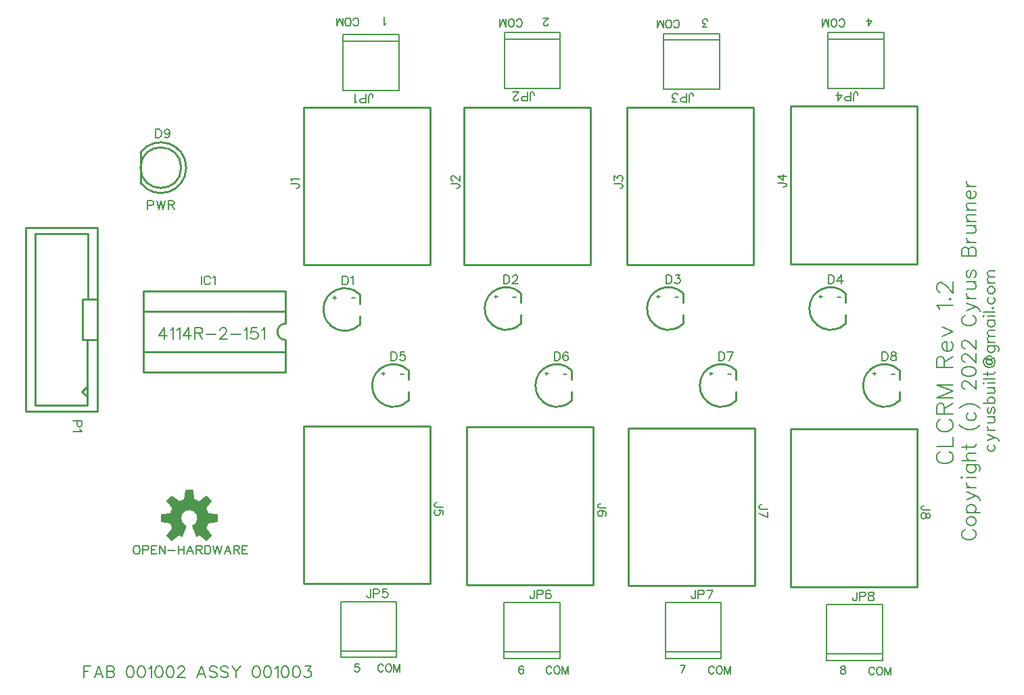
<source format=gto>
G04 Layer: TopSilkscreenLayer*
G04 EasyEDA v6.5.8, 2022-08-15 07:29:34*
G04 028e3914a6f949ed9ca799ef75e4ed4f,10*
G04 Gerber Generator version 0.2*
G04 Scale: 100 percent, Rotated: No, Reflected: No *
G04 Dimensions in millimeters *
G04 leading zeros omitted , absolute positions ,4 integer and 5 decimal *
%FSLAX45Y45*%
%MOMM*%

%ADD10C,0.2032*%
%ADD11C,0.1524*%
%ADD12C,0.1501*%
%ADD13C,0.2540*%

%LPD*%
D10*
X2311400Y7283958D02*
G01*
X2311400Y7169404D01*
X2311400Y7283958D02*
G01*
X2360422Y7283958D01*
X2376931Y7278370D01*
X2382265Y7273036D01*
X2387854Y7262113D01*
X2387854Y7245604D01*
X2382265Y7234681D01*
X2376931Y7229347D01*
X2360422Y7224013D01*
X2311400Y7224013D01*
X2423668Y7283958D02*
G01*
X2451100Y7169404D01*
X2478277Y7283958D02*
G01*
X2451100Y7169404D01*
X2478277Y7283958D02*
G01*
X2505456Y7169404D01*
X2532888Y7283958D02*
G01*
X2505456Y7169404D01*
X2568956Y7283958D02*
G01*
X2568956Y7169404D01*
X2568956Y7283958D02*
G01*
X2617977Y7283958D01*
X2634234Y7278370D01*
X2639822Y7273036D01*
X2645156Y7262113D01*
X2645156Y7251192D01*
X2639822Y7240270D01*
X2634234Y7234681D01*
X2617977Y7229347D01*
X2568956Y7229347D01*
X2607056Y7229347D02*
G01*
X2645156Y7169404D01*
X2519172Y5688584D02*
G01*
X2451100Y5593079D01*
X2553461Y5593079D01*
X2519172Y5688584D02*
G01*
X2519172Y5545328D01*
X2598420Y5661405D02*
G01*
X2611881Y5668010D01*
X2632456Y5688584D01*
X2632456Y5545328D01*
X2677413Y5661405D02*
G01*
X2691129Y5668010D01*
X2711450Y5688584D01*
X2711450Y5545328D01*
X2824734Y5688584D02*
G01*
X2756661Y5593079D01*
X2858770Y5593079D01*
X2824734Y5688584D02*
G01*
X2824734Y5545328D01*
X2903727Y5688584D02*
G01*
X2903727Y5545328D01*
X2903727Y5688584D02*
G01*
X2965195Y5688584D01*
X2985770Y5681726D01*
X2992374Y5674868D01*
X2999231Y5661405D01*
X2999231Y5647689D01*
X2992374Y5633973D01*
X2985770Y5627115D01*
X2965195Y5620257D01*
X2903727Y5620257D01*
X2951479Y5620257D02*
G01*
X2999231Y5545328D01*
X3044190Y5606795D02*
G01*
X3167125Y5606795D01*
X3218941Y5654547D02*
G01*
X3218941Y5661405D01*
X3225545Y5674868D01*
X3232404Y5681726D01*
X3246120Y5688584D01*
X3273297Y5688584D01*
X3287013Y5681726D01*
X3293872Y5674868D01*
X3300729Y5661405D01*
X3300729Y5647689D01*
X3293872Y5633973D01*
X3280156Y5613654D01*
X3212084Y5545328D01*
X3307588Y5545328D01*
X3352545Y5606795D02*
G01*
X3475227Y5606795D01*
X3520186Y5661405D02*
G01*
X3533902Y5668010D01*
X3554222Y5688584D01*
X3554222Y5545328D01*
X3681222Y5688584D02*
G01*
X3612895Y5688584D01*
X3606038Y5627115D01*
X3612895Y5633973D01*
X3633470Y5640831D01*
X3653790Y5640831D01*
X3674363Y5633973D01*
X3687825Y5620257D01*
X3694684Y5599937D01*
X3694684Y5586221D01*
X3687825Y5565902D01*
X3674363Y5552186D01*
X3653790Y5545328D01*
X3633470Y5545328D01*
X3612895Y5552186D01*
X3606038Y5559044D01*
X3599179Y5572760D01*
X3739641Y5661405D02*
G01*
X3753358Y5668010D01*
X3773931Y5688584D01*
X3773931Y5545328D01*
X12235941Y4137913D02*
G01*
X12215875Y4127754D01*
X12195809Y4107687D01*
X12185904Y4087876D01*
X12185904Y4047744D01*
X12195809Y4027678D01*
X12215875Y4007865D01*
X12235941Y3997705D01*
X12265913Y3987800D01*
X12315952Y3987800D01*
X12345924Y3997705D01*
X12365990Y4007865D01*
X12385802Y4027678D01*
X12395961Y4047744D01*
X12395961Y4087876D01*
X12385802Y4107687D01*
X12365990Y4127754D01*
X12345924Y4137913D01*
X12185904Y4203700D02*
G01*
X12395961Y4203700D01*
X12395961Y4203700D02*
G01*
X12395961Y4323842D01*
X12235941Y4539742D02*
G01*
X12215875Y4529836D01*
X12195809Y4509770D01*
X12185904Y4489704D01*
X12185904Y4449826D01*
X12195809Y4429760D01*
X12215875Y4409694D01*
X12235941Y4399787D01*
X12265913Y4389881D01*
X12315952Y4389881D01*
X12345924Y4399787D01*
X12365990Y4409694D01*
X12385802Y4429760D01*
X12395961Y4449826D01*
X12395961Y4489704D01*
X12385802Y4509770D01*
X12365990Y4529836D01*
X12345924Y4539742D01*
X12185904Y4605781D02*
G01*
X12395961Y4605781D01*
X12185904Y4605781D02*
G01*
X12185904Y4695697D01*
X12195809Y4725923D01*
X12205970Y4735829D01*
X12225781Y4745736D01*
X12245847Y4745736D01*
X12265913Y4735829D01*
X12275820Y4725923D01*
X12285979Y4695697D01*
X12285979Y4605781D01*
X12285979Y4675886D02*
G01*
X12395961Y4745736D01*
X12185904Y4811776D02*
G01*
X12395961Y4811776D01*
X12185904Y4811776D02*
G01*
X12395961Y4891786D01*
X12185904Y4971795D02*
G01*
X12395961Y4891786D01*
X12185904Y4971795D02*
G01*
X12395961Y4971795D01*
X12185904Y5191760D02*
G01*
X12395961Y5191760D01*
X12185904Y5191760D02*
G01*
X12185904Y5281676D01*
X12195809Y5311902D01*
X12205970Y5321807D01*
X12225781Y5331713D01*
X12245847Y5331713D01*
X12265913Y5321807D01*
X12275820Y5311902D01*
X12285979Y5281676D01*
X12285979Y5191760D01*
X12285979Y5261863D02*
G01*
X12395961Y5331713D01*
X12315952Y5397754D02*
G01*
X12315952Y5517895D01*
X12295886Y5517895D01*
X12275820Y5507736D01*
X12265913Y5497829D01*
X12256008Y5477763D01*
X12256008Y5447792D01*
X12265913Y5427726D01*
X12285979Y5407913D01*
X12315952Y5397754D01*
X12336018Y5397754D01*
X12365990Y5407913D01*
X12385802Y5427726D01*
X12395961Y5447792D01*
X12395961Y5477763D01*
X12385802Y5497829D01*
X12365990Y5517895D01*
X12256008Y5583681D02*
G01*
X12395961Y5643879D01*
X12256008Y5703823D02*
G01*
X12395961Y5643879D01*
X12225781Y5923787D02*
G01*
X12215875Y5943854D01*
X12185904Y5973826D01*
X12395961Y5973826D01*
X12345924Y6049771D02*
G01*
X12355829Y6039865D01*
X12365990Y6049771D01*
X12355829Y6059678D01*
X12345924Y6049771D01*
X12235941Y6135878D02*
G01*
X12225781Y6135878D01*
X12205970Y6145784D01*
X12195809Y6155689D01*
X12185904Y6175755D01*
X12185904Y6215887D01*
X12195809Y6235700D01*
X12205970Y6245860D01*
X12225781Y6255765D01*
X12245847Y6255765D01*
X12265913Y6245860D01*
X12295886Y6225794D01*
X12395961Y6125718D01*
X12395961Y6265671D01*
X12546584Y3157981D02*
G01*
X12530327Y3149854D01*
X12513818Y3133597D01*
X12505690Y3117087D01*
X12505690Y3084321D01*
X12513818Y3068065D01*
X12530327Y3051555D01*
X12546584Y3043428D01*
X12571222Y3035300D01*
X12612115Y3035300D01*
X12636500Y3043428D01*
X12653009Y3051555D01*
X12669265Y3068065D01*
X12677393Y3084321D01*
X12677393Y3117087D01*
X12669265Y3133597D01*
X12653009Y3149854D01*
X12636500Y3157981D01*
X12562840Y3252978D02*
G01*
X12571222Y3236468D01*
X12587477Y3220212D01*
X12612115Y3212084D01*
X12628372Y3212084D01*
X12653009Y3220212D01*
X12669265Y3236468D01*
X12677393Y3252978D01*
X12677393Y3277362D01*
X12669265Y3293871D01*
X12653009Y3310128D01*
X12628372Y3318510D01*
X12612115Y3318510D01*
X12587477Y3310128D01*
X12571222Y3293871D01*
X12562840Y3277362D01*
X12562840Y3252978D01*
X12562840Y3372357D02*
G01*
X12734797Y3372357D01*
X12587477Y3372357D02*
G01*
X12571222Y3388868D01*
X12562840Y3405123D01*
X12562840Y3429762D01*
X12571222Y3446018D01*
X12587477Y3462273D01*
X12612115Y3470655D01*
X12628372Y3470655D01*
X12653009Y3462273D01*
X12669265Y3446018D01*
X12677393Y3429762D01*
X12677393Y3405123D01*
X12669265Y3388868D01*
X12653009Y3372357D01*
X12562840Y3532631D02*
G01*
X12677393Y3581907D01*
X12562840Y3630929D02*
G01*
X12677393Y3581907D01*
X12710159Y3565397D01*
X12726670Y3549142D01*
X12734797Y3532631D01*
X12734797Y3524504D01*
X12562840Y3685031D02*
G01*
X12677393Y3685031D01*
X12612115Y3685031D02*
G01*
X12587477Y3693160D01*
X12571222Y3709415D01*
X12562840Y3725926D01*
X12562840Y3750310D01*
X12505690Y3804412D02*
G01*
X12513818Y3812539D01*
X12505690Y3820668D01*
X12497561Y3812539D01*
X12505690Y3804412D01*
X12562840Y3812539D02*
G01*
X12677393Y3812539D01*
X12562840Y3972813D02*
G01*
X12693904Y3972813D01*
X12718288Y3964686D01*
X12726670Y3956557D01*
X12734797Y3940302D01*
X12734797Y3915663D01*
X12726670Y3899407D01*
X12587477Y3972813D02*
G01*
X12571222Y3956557D01*
X12562840Y3940302D01*
X12562840Y3915663D01*
X12571222Y3899407D01*
X12587477Y3882897D01*
X12612115Y3874770D01*
X12628372Y3874770D01*
X12653009Y3882897D01*
X12669265Y3899407D01*
X12677393Y3915663D01*
X12677393Y3940302D01*
X12669265Y3956557D01*
X12653009Y3972813D01*
X12505690Y4026915D02*
G01*
X12677393Y4026915D01*
X12595606Y4026915D02*
G01*
X12571222Y4051554D01*
X12562840Y4067810D01*
X12562840Y4092447D01*
X12571222Y4108704D01*
X12595606Y4116831D01*
X12677393Y4116831D01*
X12505690Y4195571D02*
G01*
X12644627Y4195571D01*
X12669265Y4203700D01*
X12677393Y4219955D01*
X12677393Y4236465D01*
X12562840Y4170934D02*
G01*
X12562840Y4228084D01*
X12472924Y4473702D02*
G01*
X12489179Y4457192D01*
X12513818Y4440936D01*
X12546584Y4424679D01*
X12587477Y4416297D01*
X12620243Y4416297D01*
X12661138Y4424679D01*
X12693904Y4440936D01*
X12718288Y4457192D01*
X12734797Y4473702D01*
X12587477Y4625847D02*
G01*
X12571222Y4609592D01*
X12562840Y4593081D01*
X12562840Y4568444D01*
X12571222Y4552187D01*
X12587477Y4535931D01*
X12612115Y4527550D01*
X12628372Y4527550D01*
X12653009Y4535931D01*
X12669265Y4552187D01*
X12677393Y4568444D01*
X12677393Y4593081D01*
X12669265Y4609592D01*
X12653009Y4625847D01*
X12472924Y4679950D02*
G01*
X12489179Y4696205D01*
X12513818Y4712462D01*
X12546584Y4728971D01*
X12587477Y4737100D01*
X12620243Y4737100D01*
X12661138Y4728971D01*
X12693904Y4712462D01*
X12718288Y4696205D01*
X12734797Y4679950D01*
X12546584Y4925313D02*
G01*
X12538456Y4925313D01*
X12521945Y4933442D01*
X12513818Y4941570D01*
X12505690Y4958079D01*
X12505690Y4990845D01*
X12513818Y5007102D01*
X12521945Y5015229D01*
X12538456Y5023357D01*
X12554711Y5023357D01*
X12571222Y5015229D01*
X12595606Y4998973D01*
X12677393Y4917186D01*
X12677393Y5031739D01*
X12505690Y5134863D02*
G01*
X12513818Y5110226D01*
X12538456Y5093715D01*
X12579350Y5085587D01*
X12603734Y5085587D01*
X12644627Y5093715D01*
X12669265Y5110226D01*
X12677393Y5134863D01*
X12677393Y5151120D01*
X12669265Y5175757D01*
X12644627Y5192013D01*
X12603734Y5200142D01*
X12579350Y5200142D01*
X12538456Y5192013D01*
X12513818Y5175757D01*
X12505690Y5151120D01*
X12505690Y5134863D01*
X12546584Y5262371D02*
G01*
X12538456Y5262371D01*
X12521945Y5270500D01*
X12513818Y5278628D01*
X12505690Y5295137D01*
X12505690Y5327904D01*
X12513818Y5344160D01*
X12521945Y5352287D01*
X12538456Y5360670D01*
X12554711Y5360670D01*
X12571222Y5352287D01*
X12595606Y5336031D01*
X12677393Y5254244D01*
X12677393Y5368797D01*
X12546584Y5431028D02*
G01*
X12538456Y5431028D01*
X12521945Y5439155D01*
X12513818Y5447284D01*
X12505690Y5463539D01*
X12505690Y5496305D01*
X12513818Y5512815D01*
X12521945Y5520944D01*
X12538456Y5529071D01*
X12554711Y5529071D01*
X12571222Y5520944D01*
X12595606Y5504687D01*
X12677393Y5422645D01*
X12677393Y5537200D01*
X12546584Y5839968D02*
G01*
X12530327Y5831839D01*
X12513818Y5815584D01*
X12505690Y5799073D01*
X12505690Y5766307D01*
X12513818Y5750052D01*
X12530327Y5733542D01*
X12546584Y5725413D01*
X12571222Y5717286D01*
X12612115Y5717286D01*
X12636500Y5725413D01*
X12653009Y5733542D01*
X12669265Y5750052D01*
X12677393Y5766307D01*
X12677393Y5799073D01*
X12669265Y5815584D01*
X12653009Y5831839D01*
X12636500Y5839968D01*
X12562840Y5902197D02*
G01*
X12677393Y5951220D01*
X12562840Y6000495D02*
G01*
X12677393Y5951220D01*
X12710159Y5934963D01*
X12726670Y5918454D01*
X12734797Y5902197D01*
X12734797Y5894070D01*
X12562840Y6054344D02*
G01*
X12677393Y6054344D01*
X12612115Y6054344D02*
G01*
X12587477Y6062471D01*
X12571222Y6078981D01*
X12562840Y6095237D01*
X12562840Y6119876D01*
X12562840Y6173723D02*
G01*
X12644627Y6173723D01*
X12669265Y6182105D01*
X12677393Y6198362D01*
X12677393Y6223000D01*
X12669265Y6239255D01*
X12644627Y6263894D01*
X12562840Y6263894D02*
G01*
X12677393Y6263894D01*
X12587477Y6407912D02*
G01*
X12571222Y6399529D01*
X12562840Y6375145D01*
X12562840Y6350507D01*
X12571222Y6326123D01*
X12587477Y6317742D01*
X12603734Y6326123D01*
X12612115Y6342379D01*
X12620243Y6383273D01*
X12628372Y6399529D01*
X12644627Y6407912D01*
X12653009Y6407912D01*
X12669265Y6399529D01*
X12677393Y6375145D01*
X12677393Y6350507D01*
X12669265Y6326123D01*
X12653009Y6317742D01*
X12505690Y6587744D02*
G01*
X12677393Y6587744D01*
X12505690Y6587744D02*
G01*
X12505690Y6661404D01*
X12513818Y6686042D01*
X12521945Y6694170D01*
X12538456Y6702297D01*
X12554711Y6702297D01*
X12571222Y6694170D01*
X12579350Y6686042D01*
X12587477Y6661404D01*
X12587477Y6587744D02*
G01*
X12587477Y6661404D01*
X12595606Y6686042D01*
X12603734Y6694170D01*
X12620243Y6702297D01*
X12644627Y6702297D01*
X12661138Y6694170D01*
X12669265Y6686042D01*
X12677393Y6661404D01*
X12677393Y6587744D01*
X12562840Y6756400D02*
G01*
X12677393Y6756400D01*
X12612115Y6756400D02*
G01*
X12587477Y6764528D01*
X12571222Y6781037D01*
X12562840Y6797294D01*
X12562840Y6821931D01*
X12562840Y6875779D02*
G01*
X12644627Y6875779D01*
X12669265Y6883908D01*
X12677393Y6900418D01*
X12677393Y6924802D01*
X12669265Y6941312D01*
X12644627Y6965950D01*
X12562840Y6965950D02*
G01*
X12677393Y6965950D01*
X12562840Y7019797D02*
G01*
X12677393Y7019797D01*
X12595606Y7019797D02*
G01*
X12571222Y7044436D01*
X12562840Y7060692D01*
X12562840Y7085329D01*
X12571222Y7101586D01*
X12595606Y7109713D01*
X12677393Y7109713D01*
X12562840Y7163815D02*
G01*
X12677393Y7163815D01*
X12595606Y7163815D02*
G01*
X12571222Y7188454D01*
X12562840Y7204710D01*
X12562840Y7229347D01*
X12571222Y7245604D01*
X12595606Y7253731D01*
X12677393Y7253731D01*
X12612115Y7307834D02*
G01*
X12612115Y7406131D01*
X12595606Y7406131D01*
X12579350Y7397750D01*
X12571222Y7389621D01*
X12562840Y7373365D01*
X12562840Y7348728D01*
X12571222Y7332471D01*
X12587477Y7315962D01*
X12612115Y7307834D01*
X12628372Y7307834D01*
X12653009Y7315962D01*
X12669265Y7332471D01*
X12677393Y7348728D01*
X12677393Y7373365D01*
X12669265Y7389621D01*
X12653009Y7406131D01*
X12562840Y7459979D02*
G01*
X12677393Y7459979D01*
X12612115Y7459979D02*
G01*
X12587477Y7468108D01*
X12571222Y7484618D01*
X12562840Y7500873D01*
X12562840Y7525512D01*
X12845541Y4221987D02*
G01*
X12831825Y4208271D01*
X12824968Y4194810D01*
X12824968Y4174236D01*
X12831825Y4160773D01*
X12845541Y4147057D01*
X12865861Y4140200D01*
X12879577Y4140200D01*
X12899897Y4147057D01*
X12913613Y4160773D01*
X12920472Y4174236D01*
X12920472Y4194810D01*
X12913613Y4208271D01*
X12899897Y4221987D01*
X12824968Y4273804D02*
G01*
X12920472Y4314697D01*
X12824968Y4355592D02*
G01*
X12920472Y4314697D01*
X12947650Y4300981D01*
X12961365Y4287520D01*
X12968224Y4273804D01*
X12968224Y4266945D01*
X12824968Y4400550D02*
G01*
X12920472Y4400550D01*
X12865861Y4400550D02*
G01*
X12845541Y4407407D01*
X12831825Y4421123D01*
X12824968Y4434839D01*
X12824968Y4455160D01*
X12824968Y4500118D02*
G01*
X12893040Y4500118D01*
X12913613Y4506976D01*
X12920472Y4520692D01*
X12920472Y4541012D01*
X12913613Y4554728D01*
X12893040Y4575302D01*
X12824968Y4575302D02*
G01*
X12920472Y4575302D01*
X12845541Y4695189D02*
G01*
X12831825Y4688331D01*
X12824968Y4668012D01*
X12824968Y4647437D01*
X12831825Y4627118D01*
X12845541Y4620260D01*
X12859004Y4627118D01*
X12865861Y4640579D01*
X12872720Y4674870D01*
X12879577Y4688331D01*
X12893040Y4695189D01*
X12899897Y4695189D01*
X12913613Y4688331D01*
X12920472Y4668012D01*
X12920472Y4647437D01*
X12913613Y4627118D01*
X12899897Y4620260D01*
X12777215Y4740147D02*
G01*
X12920472Y4740147D01*
X12845541Y4740147D02*
G01*
X12831825Y4753863D01*
X12824968Y4767579D01*
X12824968Y4787900D01*
X12831825Y4801615D01*
X12845541Y4815078D01*
X12865861Y4821936D01*
X12879577Y4821936D01*
X12899897Y4815078D01*
X12913613Y4801615D01*
X12920472Y4787900D01*
X12920472Y4767579D01*
X12913613Y4753863D01*
X12899897Y4740147D01*
X12824968Y4866894D02*
G01*
X12893040Y4866894D01*
X12913613Y4873752D01*
X12920472Y4887468D01*
X12920472Y4908042D01*
X12913613Y4921504D01*
X12893040Y4942078D01*
X12824968Y4942078D02*
G01*
X12920472Y4942078D01*
X12777215Y4987036D02*
G01*
X12784074Y4993894D01*
X12777215Y5000752D01*
X12770358Y4993894D01*
X12777215Y4987036D01*
X12824968Y4993894D02*
G01*
X12920472Y4993894D01*
X12777215Y5045710D02*
G01*
X12920472Y5045710D01*
X12777215Y5110987D02*
G01*
X12893040Y5110987D01*
X12913613Y5117845D01*
X12920472Y5131562D01*
X12920472Y5145278D01*
X12824968Y5090668D02*
G01*
X12824968Y5138420D01*
X12831825Y5292344D02*
G01*
X12818109Y5285739D01*
X12811252Y5272023D01*
X12811252Y5251450D01*
X12818109Y5237987D01*
X12824968Y5231129D01*
X12845541Y5224271D01*
X12865861Y5224271D01*
X12879577Y5231129D01*
X12886436Y5244845D01*
X12886436Y5265165D01*
X12879577Y5278881D01*
X12865861Y5285739D01*
X12811252Y5251450D02*
G01*
X12824968Y5237987D01*
X12845541Y5231129D01*
X12865861Y5231129D01*
X12879577Y5237987D01*
X12886436Y5244845D01*
X12811252Y5292344D02*
G01*
X12865861Y5285739D01*
X12879577Y5285739D01*
X12886436Y5299202D01*
X12886436Y5312918D01*
X12872720Y5326634D01*
X12852145Y5333492D01*
X12838684Y5333492D01*
X12818109Y5326634D01*
X12804393Y5319776D01*
X12790931Y5306060D01*
X12784074Y5292344D01*
X12777215Y5272023D01*
X12777215Y5251450D01*
X12784074Y5231129D01*
X12790931Y5217413D01*
X12804393Y5203952D01*
X12818109Y5197094D01*
X12838684Y5190236D01*
X12859004Y5190236D01*
X12879577Y5197094D01*
X12893040Y5203952D01*
X12906756Y5217413D01*
X12913613Y5231129D01*
X12920472Y5251450D01*
X12920472Y5272023D01*
X12913613Y5292344D01*
X12906756Y5306060D01*
X12899897Y5312918D01*
X12811252Y5299202D02*
G01*
X12865861Y5292344D01*
X12879577Y5292344D01*
X12886436Y5299202D01*
X12824968Y5460237D02*
G01*
X12933934Y5460237D01*
X12954508Y5453379D01*
X12961365Y5446521D01*
X12968224Y5432805D01*
X12968224Y5412486D01*
X12961365Y5398770D01*
X12845541Y5460237D02*
G01*
X12831825Y5446521D01*
X12824968Y5432805D01*
X12824968Y5412486D01*
X12831825Y5398770D01*
X12845541Y5385307D01*
X12865861Y5378450D01*
X12879577Y5378450D01*
X12899897Y5385307D01*
X12913613Y5398770D01*
X12920472Y5412486D01*
X12920472Y5432805D01*
X12913613Y5446521D01*
X12899897Y5460237D01*
X12824968Y5505195D02*
G01*
X12920472Y5505195D01*
X12852145Y5505195D02*
G01*
X12831825Y5525770D01*
X12824968Y5539231D01*
X12824968Y5559805D01*
X12831825Y5573268D01*
X12852145Y5580126D01*
X12920472Y5580126D01*
X12852145Y5580126D02*
G01*
X12831825Y5600700D01*
X12824968Y5614162D01*
X12824968Y5634736D01*
X12831825Y5648452D01*
X12852145Y5655310D01*
X12920472Y5655310D01*
X12824968Y5782055D02*
G01*
X12920472Y5782055D01*
X12845541Y5782055D02*
G01*
X12831825Y5768339D01*
X12824968Y5754623D01*
X12824968Y5734304D01*
X12831825Y5720587D01*
X12845541Y5707126D01*
X12865861Y5700268D01*
X12879577Y5700268D01*
X12899897Y5707126D01*
X12913613Y5720587D01*
X12920472Y5734304D01*
X12920472Y5754623D01*
X12913613Y5768339D01*
X12899897Y5782055D01*
X12777215Y5827013D02*
G01*
X12784074Y5833871D01*
X12777215Y5840729D01*
X12770358Y5833871D01*
X12777215Y5827013D01*
X12824968Y5833871D02*
G01*
X12920472Y5833871D01*
X12777215Y5885687D02*
G01*
X12920472Y5885687D01*
X12886436Y5937504D02*
G01*
X12893040Y5930645D01*
X12899897Y5937504D01*
X12893040Y5944362D01*
X12886436Y5937504D01*
X12845541Y6071107D02*
G01*
X12831825Y6057392D01*
X12824968Y6043929D01*
X12824968Y6023355D01*
X12831825Y6009639D01*
X12845541Y5996178D01*
X12865861Y5989320D01*
X12879577Y5989320D01*
X12899897Y5996178D01*
X12913613Y6009639D01*
X12920472Y6023355D01*
X12920472Y6043929D01*
X12913613Y6057392D01*
X12899897Y6071107D01*
X12824968Y6150102D02*
G01*
X12831825Y6136639D01*
X12845541Y6122923D01*
X12865861Y6116065D01*
X12879577Y6116065D01*
X12899897Y6122923D01*
X12913613Y6136639D01*
X12920472Y6150102D01*
X12920472Y6170676D01*
X12913613Y6184392D01*
X12899897Y6197854D01*
X12879577Y6204712D01*
X12865861Y6204712D01*
X12845541Y6197854D01*
X12831825Y6184392D01*
X12824968Y6170676D01*
X12824968Y6150102D01*
X12824968Y6249670D02*
G01*
X12920472Y6249670D01*
X12852145Y6249670D02*
G01*
X12831825Y6270244D01*
X12824968Y6283705D01*
X12824968Y6304279D01*
X12831825Y6317995D01*
X12852145Y6324854D01*
X12920472Y6324854D01*
X12852145Y6324854D02*
G01*
X12831825Y6345173D01*
X12824968Y6358889D01*
X12824968Y6379210D01*
X12831825Y6392926D01*
X12852145Y6399784D01*
X12920472Y6399784D01*
X1511300Y1446784D02*
G01*
X1511300Y1303528D01*
X1511300Y1446784D02*
G01*
X1599945Y1446784D01*
X1511300Y1378457D02*
G01*
X1565910Y1378457D01*
X1699513Y1446784D02*
G01*
X1644904Y1303528D01*
X1699513Y1446784D02*
G01*
X1754123Y1303528D01*
X1665478Y1351279D02*
G01*
X1733550Y1351279D01*
X1799081Y1446784D02*
G01*
X1799081Y1303528D01*
X1799081Y1446784D02*
G01*
X1860295Y1446784D01*
X1880870Y1439926D01*
X1887728Y1433068D01*
X1894586Y1419605D01*
X1894586Y1405889D01*
X1887728Y1392173D01*
X1880870Y1385315D01*
X1860295Y1378457D01*
X1799081Y1378457D02*
G01*
X1860295Y1378457D01*
X1880870Y1371854D01*
X1887728Y1364995D01*
X1894586Y1351279D01*
X1894586Y1330960D01*
X1887728Y1317244D01*
X1880870Y1310386D01*
X1860295Y1303528D01*
X1799081Y1303528D01*
X2085340Y1446784D02*
G01*
X2065020Y1439926D01*
X2051304Y1419605D01*
X2044445Y1385315D01*
X2044445Y1364995D01*
X2051304Y1330960D01*
X2065020Y1310386D01*
X2085340Y1303528D01*
X2099056Y1303528D01*
X2119375Y1310386D01*
X2133091Y1330960D01*
X2139950Y1364995D01*
X2139950Y1385315D01*
X2133091Y1419605D01*
X2119375Y1439926D01*
X2099056Y1446784D01*
X2085340Y1446784D01*
X2225802Y1446784D02*
G01*
X2205481Y1439926D01*
X2191765Y1419605D01*
X2184908Y1385315D01*
X2184908Y1364995D01*
X2191765Y1330960D01*
X2205481Y1310386D01*
X2225802Y1303528D01*
X2239518Y1303528D01*
X2259838Y1310386D01*
X2273554Y1330960D01*
X2280411Y1364995D01*
X2280411Y1385315D01*
X2273554Y1419605D01*
X2259838Y1439926D01*
X2239518Y1446784D01*
X2225802Y1446784D01*
X2325370Y1419605D02*
G01*
X2339086Y1426210D01*
X2359406Y1446784D01*
X2359406Y1303528D01*
X2445511Y1446784D02*
G01*
X2424938Y1439926D01*
X2411222Y1419605D01*
X2404363Y1385315D01*
X2404363Y1364995D01*
X2411222Y1330960D01*
X2424938Y1310386D01*
X2445511Y1303528D01*
X2458974Y1303528D01*
X2479547Y1310386D01*
X2493009Y1330960D01*
X2499868Y1364995D01*
X2499868Y1385315D01*
X2493009Y1419605D01*
X2479547Y1439926D01*
X2458974Y1446784D01*
X2445511Y1446784D01*
X2585720Y1446784D02*
G01*
X2565400Y1439926D01*
X2551684Y1419605D01*
X2544825Y1385315D01*
X2544825Y1364995D01*
X2551684Y1330960D01*
X2565400Y1310386D01*
X2585720Y1303528D01*
X2599436Y1303528D01*
X2620009Y1310386D01*
X2633472Y1330960D01*
X2640329Y1364995D01*
X2640329Y1385315D01*
X2633472Y1419605D01*
X2620009Y1439926D01*
X2599436Y1446784D01*
X2585720Y1446784D01*
X2692145Y1412747D02*
G01*
X2692145Y1419605D01*
X2699004Y1433068D01*
X2705861Y1439926D01*
X2719577Y1446784D01*
X2746756Y1446784D01*
X2760472Y1439926D01*
X2767329Y1433068D01*
X2773934Y1419605D01*
X2773934Y1405889D01*
X2767329Y1392173D01*
X2753613Y1371854D01*
X2685288Y1303528D01*
X2780791Y1303528D01*
X2985261Y1446784D02*
G01*
X2930906Y1303528D01*
X2985261Y1446784D02*
G01*
X3039872Y1303528D01*
X2951225Y1351279D02*
G01*
X3019552Y1351279D01*
X3180334Y1426210D02*
G01*
X3166872Y1439926D01*
X3146297Y1446784D01*
X3119120Y1446784D01*
X3098545Y1439926D01*
X3084829Y1426210D01*
X3084829Y1412747D01*
X3091688Y1399031D01*
X3098545Y1392173D01*
X3112261Y1385315D01*
X3153156Y1371854D01*
X3166872Y1364995D01*
X3173475Y1358137D01*
X3180334Y1344421D01*
X3180334Y1324102D01*
X3166872Y1310386D01*
X3146297Y1303528D01*
X3119120Y1303528D01*
X3098545Y1310386D01*
X3084829Y1324102D01*
X3320795Y1426210D02*
G01*
X3307079Y1439926D01*
X3286759Y1446784D01*
X3259581Y1446784D01*
X3239008Y1439926D01*
X3225291Y1426210D01*
X3225291Y1412747D01*
X3232150Y1399031D01*
X3239008Y1392173D01*
X3252724Y1385315D01*
X3293618Y1371854D01*
X3307079Y1364995D01*
X3313938Y1358137D01*
X3320795Y1344421D01*
X3320795Y1324102D01*
X3307079Y1310386D01*
X3286759Y1303528D01*
X3259581Y1303528D01*
X3239008Y1310386D01*
X3225291Y1324102D01*
X3365754Y1446784D02*
G01*
X3420363Y1378457D01*
X3420363Y1303528D01*
X3474974Y1446784D02*
G01*
X3420363Y1378457D01*
X3665727Y1446784D02*
G01*
X3645408Y1439926D01*
X3631691Y1419605D01*
X3624834Y1385315D01*
X3624834Y1364995D01*
X3631691Y1330960D01*
X3645408Y1310386D01*
X3665727Y1303528D01*
X3679443Y1303528D01*
X3700018Y1310386D01*
X3713479Y1330960D01*
X3720338Y1364995D01*
X3720338Y1385315D01*
X3713479Y1419605D01*
X3700018Y1439926D01*
X3679443Y1446784D01*
X3665727Y1446784D01*
X3806190Y1446784D02*
G01*
X3785870Y1439926D01*
X3772154Y1419605D01*
X3765295Y1385315D01*
X3765295Y1364995D01*
X3772154Y1330960D01*
X3785870Y1310386D01*
X3806190Y1303528D01*
X3819906Y1303528D01*
X3840479Y1310386D01*
X3853941Y1330960D01*
X3860800Y1364995D01*
X3860800Y1385315D01*
X3853941Y1419605D01*
X3840479Y1439926D01*
X3819906Y1446784D01*
X3806190Y1446784D01*
X3905758Y1419605D02*
G01*
X3919474Y1426210D01*
X3940047Y1446784D01*
X3940047Y1303528D01*
X4025900Y1446784D02*
G01*
X4005325Y1439926D01*
X3991863Y1419605D01*
X3985006Y1385315D01*
X3985006Y1364995D01*
X3991863Y1330960D01*
X4005325Y1310386D01*
X4025900Y1303528D01*
X4039361Y1303528D01*
X4059936Y1310386D01*
X4073652Y1330960D01*
X4080509Y1364995D01*
X4080509Y1385315D01*
X4073652Y1419605D01*
X4059936Y1439926D01*
X4039361Y1446784D01*
X4025900Y1446784D01*
X4166361Y1446784D02*
G01*
X4145788Y1439926D01*
X4132325Y1419605D01*
X4125468Y1385315D01*
X4125468Y1364995D01*
X4132325Y1330960D01*
X4145788Y1310386D01*
X4166361Y1303528D01*
X4179824Y1303528D01*
X4200397Y1310386D01*
X4214113Y1330960D01*
X4220718Y1364995D01*
X4220718Y1385315D01*
X4214113Y1419605D01*
X4200397Y1439926D01*
X4179824Y1446784D01*
X4166361Y1446784D01*
X4279391Y1446784D02*
G01*
X4354575Y1446784D01*
X4313681Y1392173D01*
X4334002Y1392173D01*
X4347718Y1385315D01*
X4354575Y1378457D01*
X4361179Y1358137D01*
X4361179Y1344421D01*
X4354575Y1324102D01*
X4340859Y1310386D01*
X4320286Y1303528D01*
X4299965Y1303528D01*
X4279391Y1310386D01*
X4272534Y1317244D01*
X4265929Y1330960D01*
X5262372Y1449831D02*
G01*
X5258054Y1458976D01*
X5248909Y1467865D01*
X5239765Y1472437D01*
X5221477Y1472437D01*
X5212588Y1467865D01*
X5203443Y1458976D01*
X5198872Y1449831D01*
X5194300Y1436115D01*
X5194300Y1413510D01*
X5198872Y1399794D01*
X5203443Y1390650D01*
X5212588Y1381505D01*
X5221477Y1376934D01*
X5239765Y1376934D01*
X5248909Y1381505D01*
X5258054Y1390650D01*
X5262372Y1399794D01*
X5319775Y1472437D02*
G01*
X5310631Y1467865D01*
X5301488Y1458976D01*
X5296915Y1449831D01*
X5292597Y1436115D01*
X5292597Y1413510D01*
X5296915Y1399794D01*
X5301488Y1390650D01*
X5310631Y1381505D01*
X5319775Y1376934D01*
X5337809Y1376934D01*
X5346954Y1381505D01*
X5356097Y1390650D01*
X5360670Y1399794D01*
X5365241Y1413510D01*
X5365241Y1436115D01*
X5360670Y1449831D01*
X5356097Y1458976D01*
X5346954Y1467865D01*
X5337809Y1472437D01*
X5319775Y1472437D01*
X5395213Y1472437D02*
G01*
X5395213Y1376934D01*
X5395213Y1472437D02*
G01*
X5431536Y1376934D01*
X5467858Y1472437D02*
G01*
X5431536Y1376934D01*
X5467858Y1472437D02*
G01*
X5467858Y1376934D01*
X7370572Y1424431D02*
G01*
X7366254Y1433576D01*
X7357109Y1442465D01*
X7347965Y1447037D01*
X7329677Y1447037D01*
X7320788Y1442465D01*
X7311643Y1433576D01*
X7307072Y1424431D01*
X7302500Y1410715D01*
X7302500Y1388110D01*
X7307072Y1374394D01*
X7311643Y1365250D01*
X7320788Y1356105D01*
X7329677Y1351534D01*
X7347965Y1351534D01*
X7357109Y1356105D01*
X7366254Y1365250D01*
X7370572Y1374394D01*
X7427975Y1447037D02*
G01*
X7418831Y1442465D01*
X7409688Y1433576D01*
X7405115Y1424431D01*
X7400797Y1410715D01*
X7400797Y1388110D01*
X7405115Y1374394D01*
X7409688Y1365250D01*
X7418831Y1356105D01*
X7427975Y1351534D01*
X7446009Y1351534D01*
X7455154Y1356105D01*
X7464297Y1365250D01*
X7468870Y1374394D01*
X7473441Y1388110D01*
X7473441Y1410715D01*
X7468870Y1424431D01*
X7464297Y1433576D01*
X7455154Y1442465D01*
X7446009Y1447037D01*
X7427975Y1447037D01*
X7503413Y1447037D02*
G01*
X7503413Y1351534D01*
X7503413Y1447037D02*
G01*
X7539736Y1351534D01*
X7576058Y1447037D02*
G01*
X7539736Y1351534D01*
X7576058Y1447037D02*
G01*
X7576058Y1351534D01*
X9402572Y1424431D02*
G01*
X9398254Y1433576D01*
X9389109Y1442465D01*
X9379965Y1447037D01*
X9361677Y1447037D01*
X9352788Y1442465D01*
X9343643Y1433576D01*
X9339072Y1424431D01*
X9334500Y1410715D01*
X9334500Y1388110D01*
X9339072Y1374394D01*
X9343643Y1365250D01*
X9352788Y1356105D01*
X9361677Y1351534D01*
X9379965Y1351534D01*
X9389109Y1356105D01*
X9398254Y1365250D01*
X9402572Y1374394D01*
X9459975Y1447037D02*
G01*
X9450831Y1442465D01*
X9441688Y1433576D01*
X9437115Y1424431D01*
X9432797Y1410715D01*
X9432797Y1388110D01*
X9437115Y1374394D01*
X9441688Y1365250D01*
X9450831Y1356105D01*
X9459975Y1351534D01*
X9478009Y1351534D01*
X9487154Y1356105D01*
X9496297Y1365250D01*
X9500870Y1374394D01*
X9505441Y1388110D01*
X9505441Y1410715D01*
X9500870Y1424431D01*
X9496297Y1433576D01*
X9487154Y1442465D01*
X9478009Y1447037D01*
X9459975Y1447037D01*
X9535413Y1447037D02*
G01*
X9535413Y1351534D01*
X9535413Y1447037D02*
G01*
X9571736Y1351534D01*
X9608058Y1447037D02*
G01*
X9571736Y1351534D01*
X9608058Y1447037D02*
G01*
X9608058Y1351534D01*
X11409172Y1411731D02*
G01*
X11404854Y1420876D01*
X11395709Y1429765D01*
X11386565Y1434337D01*
X11368277Y1434337D01*
X11359388Y1429765D01*
X11350243Y1420876D01*
X11345672Y1411731D01*
X11341100Y1398015D01*
X11341100Y1375410D01*
X11345672Y1361694D01*
X11350243Y1352550D01*
X11359388Y1343405D01*
X11368277Y1338834D01*
X11386565Y1338834D01*
X11395709Y1343405D01*
X11404854Y1352550D01*
X11409172Y1361694D01*
X11466575Y1434337D02*
G01*
X11457431Y1429765D01*
X11448288Y1420876D01*
X11443715Y1411731D01*
X11439397Y1398015D01*
X11439397Y1375410D01*
X11443715Y1361694D01*
X11448288Y1352550D01*
X11457431Y1343405D01*
X11466575Y1338834D01*
X11484609Y1338834D01*
X11493754Y1343405D01*
X11502897Y1352550D01*
X11507470Y1361694D01*
X11512041Y1375410D01*
X11512041Y1398015D01*
X11507470Y1411731D01*
X11502897Y1420876D01*
X11493754Y1429765D01*
X11484609Y1434337D01*
X11466575Y1434337D01*
X11542013Y1434337D02*
G01*
X11542013Y1338834D01*
X11542013Y1434337D02*
G01*
X11578336Y1338834D01*
X11614658Y1434337D02*
G01*
X11578336Y1338834D01*
X11614658Y1434337D02*
G01*
X11614658Y1338834D01*
X4884927Y9497568D02*
G01*
X4889245Y9488424D01*
X4898390Y9479534D01*
X4907534Y9474962D01*
X4925822Y9474962D01*
X4934711Y9479534D01*
X4943856Y9488424D01*
X4948427Y9497568D01*
X4953000Y9511284D01*
X4953000Y9533889D01*
X4948427Y9547605D01*
X4943856Y9556750D01*
X4934711Y9565894D01*
X4925822Y9570465D01*
X4907534Y9570465D01*
X4898390Y9565894D01*
X4889245Y9556750D01*
X4884927Y9547605D01*
X4827524Y9474962D02*
G01*
X4836668Y9479534D01*
X4845811Y9488424D01*
X4850384Y9497568D01*
X4854702Y9511284D01*
X4854702Y9533889D01*
X4850384Y9547605D01*
X4845811Y9556750D01*
X4836668Y9565894D01*
X4827524Y9570465D01*
X4809490Y9570465D01*
X4800345Y9565894D01*
X4791202Y9556750D01*
X4786629Y9547605D01*
X4782058Y9533889D01*
X4782058Y9511284D01*
X4786629Y9497568D01*
X4791202Y9488424D01*
X4800345Y9479534D01*
X4809490Y9474962D01*
X4827524Y9474962D01*
X4752086Y9474962D02*
G01*
X4752086Y9570465D01*
X4752086Y9474962D02*
G01*
X4715763Y9570465D01*
X4679441Y9474962D02*
G01*
X4715763Y9570465D01*
X4679441Y9474962D02*
G01*
X4679441Y9570465D01*
X6929627Y9484868D02*
G01*
X6933945Y9475724D01*
X6943090Y9466834D01*
X6952234Y9462262D01*
X6970522Y9462262D01*
X6979411Y9466834D01*
X6988556Y9475724D01*
X6993127Y9484868D01*
X6997700Y9498584D01*
X6997700Y9521189D01*
X6993127Y9534905D01*
X6988556Y9544050D01*
X6979411Y9553194D01*
X6970522Y9557765D01*
X6952234Y9557765D01*
X6943090Y9553194D01*
X6933945Y9544050D01*
X6929627Y9534905D01*
X6872224Y9462262D02*
G01*
X6881368Y9466834D01*
X6890511Y9475724D01*
X6895084Y9484868D01*
X6899402Y9498584D01*
X6899402Y9521189D01*
X6895084Y9534905D01*
X6890511Y9544050D01*
X6881368Y9553194D01*
X6872224Y9557765D01*
X6854190Y9557765D01*
X6845045Y9553194D01*
X6835902Y9544050D01*
X6831329Y9534905D01*
X6826758Y9521189D01*
X6826758Y9498584D01*
X6831329Y9484868D01*
X6835902Y9475724D01*
X6845045Y9466834D01*
X6854190Y9462262D01*
X6872224Y9462262D01*
X6796786Y9462262D02*
G01*
X6796786Y9557765D01*
X6796786Y9462262D02*
G01*
X6760463Y9557765D01*
X6724141Y9462262D02*
G01*
X6760463Y9557765D01*
X6724141Y9462262D02*
G01*
X6724141Y9557765D01*
X8898127Y9472168D02*
G01*
X8902445Y9463024D01*
X8911590Y9454134D01*
X8920734Y9449562D01*
X8939022Y9449562D01*
X8947911Y9454134D01*
X8957056Y9463024D01*
X8961627Y9472168D01*
X8966200Y9485884D01*
X8966200Y9508489D01*
X8961627Y9522205D01*
X8957056Y9531350D01*
X8947911Y9540494D01*
X8939022Y9545065D01*
X8920734Y9545065D01*
X8911590Y9540494D01*
X8902445Y9531350D01*
X8898127Y9522205D01*
X8840724Y9449562D02*
G01*
X8849868Y9454134D01*
X8859011Y9463024D01*
X8863584Y9472168D01*
X8867902Y9485884D01*
X8867902Y9508489D01*
X8863584Y9522205D01*
X8859011Y9531350D01*
X8849868Y9540494D01*
X8840724Y9545065D01*
X8822690Y9545065D01*
X8813545Y9540494D01*
X8804402Y9531350D01*
X8799829Y9522205D01*
X8795258Y9508489D01*
X8795258Y9485884D01*
X8799829Y9472168D01*
X8804402Y9463024D01*
X8813545Y9454134D01*
X8822690Y9449562D01*
X8840724Y9449562D01*
X8765286Y9449562D02*
G01*
X8765286Y9545065D01*
X8765286Y9449562D02*
G01*
X8728963Y9545065D01*
X8692641Y9449562D02*
G01*
X8728963Y9545065D01*
X8692641Y9449562D02*
G01*
X8692641Y9545065D01*
X10968227Y9484868D02*
G01*
X10972545Y9475724D01*
X10981690Y9466834D01*
X10990834Y9462262D01*
X11009122Y9462262D01*
X11018011Y9466834D01*
X11027156Y9475724D01*
X11031727Y9484868D01*
X11036300Y9498584D01*
X11036300Y9521189D01*
X11031727Y9534905D01*
X11027156Y9544050D01*
X11018011Y9553194D01*
X11009122Y9557765D01*
X10990834Y9557765D01*
X10981690Y9553194D01*
X10972545Y9544050D01*
X10968227Y9534905D01*
X10910824Y9462262D02*
G01*
X10919968Y9466834D01*
X10929111Y9475724D01*
X10933684Y9484868D01*
X10938002Y9498584D01*
X10938002Y9521189D01*
X10933684Y9534905D01*
X10929111Y9544050D01*
X10919968Y9553194D01*
X10910824Y9557765D01*
X10892790Y9557765D01*
X10883645Y9553194D01*
X10874502Y9544050D01*
X10869929Y9534905D01*
X10865358Y9521189D01*
X10865358Y9498584D01*
X10869929Y9484868D01*
X10874502Y9475724D01*
X10883645Y9466834D01*
X10892790Y9462262D01*
X10910824Y9462262D01*
X10835386Y9462262D02*
G01*
X10835386Y9557765D01*
X10835386Y9462262D02*
G01*
X10799063Y9557765D01*
X10762741Y9462262D02*
G01*
X10799063Y9557765D01*
X10762741Y9462262D02*
G01*
X10762741Y9557765D01*
X5295900Y9505695D02*
G01*
X5286756Y9501124D01*
X5273293Y9487662D01*
X5273293Y9583165D01*
X7323327Y9497568D02*
G01*
X7323327Y9492995D01*
X7318756Y9484105D01*
X7314184Y9479534D01*
X7305293Y9474962D01*
X7287006Y9474962D01*
X7277861Y9479534D01*
X7273290Y9484105D01*
X7268718Y9492995D01*
X7268718Y9502139D01*
X7273290Y9511284D01*
X7282434Y9525000D01*
X7327900Y9570465D01*
X7264145Y9570465D01*
X9312656Y9462262D02*
G01*
X9262618Y9462262D01*
X9290050Y9498584D01*
X9276334Y9498584D01*
X9267190Y9503155D01*
X9262618Y9507728D01*
X9258045Y9521189D01*
X9258045Y9530334D01*
X9262618Y9544050D01*
X9271761Y9553194D01*
X9285477Y9557765D01*
X9299193Y9557765D01*
X9312656Y9553194D01*
X9317227Y9548621D01*
X9321800Y9539478D01*
X11333734Y9474962D02*
G01*
X11379200Y9538462D01*
X11311127Y9538462D01*
X11333734Y9474962D02*
G01*
X11333734Y9570465D01*
X4956809Y1472437D02*
G01*
X4911343Y1472437D01*
X4906772Y1431544D01*
X4911343Y1436115D01*
X4924806Y1440687D01*
X4938522Y1440687D01*
X4952238Y1436115D01*
X4961381Y1426971D01*
X4965954Y1413510D01*
X4965954Y1404365D01*
X4961381Y1390650D01*
X4952238Y1381505D01*
X4938522Y1376934D01*
X4924806Y1376934D01*
X4911343Y1381505D01*
X4906772Y1386078D01*
X4902200Y1395221D01*
X7014209Y1433576D02*
G01*
X7009638Y1442465D01*
X6995922Y1447037D01*
X6986777Y1447037D01*
X6973315Y1442465D01*
X6964172Y1429004D01*
X6959600Y1406144D01*
X6959600Y1383537D01*
X6964172Y1365250D01*
X6973315Y1356105D01*
X6986777Y1351534D01*
X6991350Y1351534D01*
X7005065Y1356105D01*
X7014209Y1365250D01*
X7018781Y1378965D01*
X7018781Y1383537D01*
X7014209Y1397000D01*
X7005065Y1406144D01*
X6991350Y1410715D01*
X6986777Y1410715D01*
X6973315Y1406144D01*
X6964172Y1397000D01*
X6959600Y1383537D01*
X9042654Y1459737D02*
G01*
X8997188Y1364234D01*
X8978900Y1459737D02*
G01*
X9042654Y1459737D01*
X11008106Y1447037D02*
G01*
X10994643Y1442465D01*
X10990072Y1433576D01*
X10990072Y1424431D01*
X10994643Y1415287D01*
X11003788Y1410715D01*
X11021822Y1406144D01*
X11035538Y1401571D01*
X11044681Y1392681D01*
X11049254Y1383537D01*
X11049254Y1369821D01*
X11044681Y1360678D01*
X11040109Y1356105D01*
X11026393Y1351534D01*
X11008106Y1351534D01*
X10994643Y1356105D01*
X10990072Y1360678D01*
X10985500Y1369821D01*
X10985500Y1383537D01*
X10990072Y1392681D01*
X10999215Y1401571D01*
X11012677Y1406144D01*
X11030965Y1410715D01*
X11040109Y1415287D01*
X11044681Y1424431D01*
X11044681Y1433576D01*
X11040109Y1442465D01*
X11026393Y1447037D01*
X11008106Y1447037D01*
D11*
X2164841Y2960115D02*
G01*
X2154427Y2955036D01*
X2144013Y2944621D01*
X2138679Y2934207D01*
X2133600Y2918460D01*
X2133600Y2892552D01*
X2138679Y2877057D01*
X2144013Y2866644D01*
X2154427Y2856229D01*
X2164841Y2851150D01*
X2185670Y2851150D01*
X2195829Y2856229D01*
X2206243Y2866644D01*
X2211577Y2877057D01*
X2216658Y2892552D01*
X2216658Y2918460D01*
X2211577Y2934207D01*
X2206243Y2944621D01*
X2195829Y2955036D01*
X2185670Y2960115D01*
X2164841Y2960115D01*
X2250947Y2960115D02*
G01*
X2250947Y2851150D01*
X2250947Y2960115D02*
G01*
X2297684Y2960115D01*
X2313431Y2955036D01*
X2318511Y2949702D01*
X2323845Y2939287D01*
X2323845Y2923794D01*
X2318511Y2913379D01*
X2313431Y2908300D01*
X2297684Y2902965D01*
X2250947Y2902965D01*
X2358136Y2960115D02*
G01*
X2358136Y2851150D01*
X2358136Y2960115D02*
G01*
X2425700Y2960115D01*
X2358136Y2908300D02*
G01*
X2399538Y2908300D01*
X2358136Y2851150D02*
G01*
X2425700Y2851150D01*
X2459990Y2960115D02*
G01*
X2459990Y2851150D01*
X2459990Y2960115D02*
G01*
X2532634Y2851150D01*
X2532634Y2960115D02*
G01*
X2532634Y2851150D01*
X2566924Y2897886D02*
G01*
X2660395Y2897886D01*
X2694686Y2960115D02*
G01*
X2694686Y2851150D01*
X2767329Y2960115D02*
G01*
X2767329Y2851150D01*
X2694686Y2908300D02*
G01*
X2767329Y2908300D01*
X2843275Y2960115D02*
G01*
X2801620Y2851150D01*
X2843275Y2960115D02*
G01*
X2884931Y2851150D01*
X2817368Y2887471D02*
G01*
X2869184Y2887471D01*
X2919222Y2960115D02*
G01*
X2919222Y2851150D01*
X2919222Y2960115D02*
G01*
X2965958Y2960115D01*
X2981452Y2955036D01*
X2986786Y2949702D01*
X2991865Y2939287D01*
X2991865Y2928873D01*
X2986786Y2918460D01*
X2981452Y2913379D01*
X2965958Y2908300D01*
X2919222Y2908300D01*
X2955543Y2908300D02*
G01*
X2991865Y2851150D01*
X3026156Y2960115D02*
G01*
X3026156Y2851150D01*
X3026156Y2960115D02*
G01*
X3062477Y2960115D01*
X3078225Y2955036D01*
X3088640Y2944621D01*
X3093720Y2934207D01*
X3098800Y2918460D01*
X3098800Y2892552D01*
X3093720Y2877057D01*
X3088640Y2866644D01*
X3078225Y2856229D01*
X3062477Y2851150D01*
X3026156Y2851150D01*
X3133090Y2960115D02*
G01*
X3159252Y2851150D01*
X3185159Y2960115D02*
G01*
X3159252Y2851150D01*
X3185159Y2960115D02*
G01*
X3211068Y2851150D01*
X3237229Y2960115D02*
G01*
X3211068Y2851150D01*
X3312922Y2960115D02*
G01*
X3271520Y2851150D01*
X3312922Y2960115D02*
G01*
X3354577Y2851150D01*
X3287013Y2887471D02*
G01*
X3338829Y2887471D01*
X3388868Y2960115D02*
G01*
X3388868Y2851150D01*
X3388868Y2960115D02*
G01*
X3435604Y2960115D01*
X3451097Y2955036D01*
X3456431Y2949702D01*
X3461511Y2939287D01*
X3461511Y2928873D01*
X3456431Y2918460D01*
X3451097Y2913379D01*
X3435604Y2908300D01*
X3388868Y2908300D01*
X3425190Y2908300D02*
G01*
X3461511Y2851150D01*
X3495802Y2960115D02*
G01*
X3495802Y2851150D01*
X3495802Y2960115D02*
G01*
X3563365Y2960115D01*
X3495802Y2908300D02*
G01*
X3537458Y2908300D01*
X3495802Y2851150D02*
G01*
X3563365Y2851150D01*
X4749800Y6338315D02*
G01*
X4749800Y6229350D01*
X4749800Y6338315D02*
G01*
X4786122Y6338315D01*
X4801870Y6333236D01*
X4812029Y6322821D01*
X4817363Y6312407D01*
X4822443Y6296660D01*
X4822443Y6270752D01*
X4817363Y6255257D01*
X4812029Y6244844D01*
X4801870Y6234429D01*
X4786122Y6229350D01*
X4749800Y6229350D01*
X4856734Y6317487D02*
G01*
X4867147Y6322821D01*
X4882895Y6338315D01*
X4882895Y6229350D01*
X4651029Y6089027D02*
G01*
X4651029Y6047371D01*
X4630201Y6068199D02*
G01*
X4671857Y6068199D01*
X4865199Y6063198D02*
G01*
X4906855Y6063198D01*
X6769100Y6351015D02*
G01*
X6769100Y6242050D01*
X6769100Y6351015D02*
G01*
X6805422Y6351015D01*
X6821170Y6345936D01*
X6831329Y6335521D01*
X6836663Y6325107D01*
X6841743Y6309360D01*
X6841743Y6283452D01*
X6836663Y6267957D01*
X6831329Y6257544D01*
X6821170Y6247129D01*
X6805422Y6242050D01*
X6769100Y6242050D01*
X6881368Y6325107D02*
G01*
X6881368Y6330187D01*
X6886447Y6340602D01*
X6891781Y6345936D01*
X6902195Y6351015D01*
X6922770Y6351015D01*
X6933184Y6345936D01*
X6938518Y6340602D01*
X6943597Y6330187D01*
X6943597Y6319773D01*
X6938518Y6309360D01*
X6928104Y6293865D01*
X6876034Y6242050D01*
X6948931Y6242050D01*
X6670329Y6101727D02*
G01*
X6670329Y6060071D01*
X6649501Y6080899D02*
G01*
X6691157Y6080899D01*
X6884499Y6075898D02*
G01*
X6926155Y6075898D01*
X8801100Y6351015D02*
G01*
X8801100Y6242050D01*
X8801100Y6351015D02*
G01*
X8837422Y6351015D01*
X8853170Y6345936D01*
X8863329Y6335521D01*
X8868663Y6325107D01*
X8873743Y6309360D01*
X8873743Y6283452D01*
X8868663Y6267957D01*
X8863329Y6257544D01*
X8853170Y6247129D01*
X8837422Y6242050D01*
X8801100Y6242050D01*
X8918447Y6351015D02*
G01*
X8975597Y6351015D01*
X8944609Y6309360D01*
X8960104Y6309360D01*
X8970518Y6304279D01*
X8975597Y6299200D01*
X8980931Y6283452D01*
X8980931Y6273037D01*
X8975597Y6257544D01*
X8965184Y6247129D01*
X8949690Y6242050D01*
X8934195Y6242050D01*
X8918447Y6247129D01*
X8913368Y6252210D01*
X8908034Y6262623D01*
X8702329Y6101727D02*
G01*
X8702329Y6060071D01*
X8681501Y6080899D02*
G01*
X8723157Y6080899D01*
X8916499Y6075898D02*
G01*
X8958155Y6075898D01*
X10833100Y6351015D02*
G01*
X10833100Y6242050D01*
X10833100Y6351015D02*
G01*
X10869422Y6351015D01*
X10885170Y6345936D01*
X10895329Y6335521D01*
X10900663Y6325107D01*
X10905743Y6309360D01*
X10905743Y6283452D01*
X10900663Y6267957D01*
X10895329Y6257544D01*
X10885170Y6247129D01*
X10869422Y6242050D01*
X10833100Y6242050D01*
X10992104Y6351015D02*
G01*
X10940034Y6278371D01*
X11018011Y6278371D01*
X10992104Y6351015D02*
G01*
X10992104Y6242050D01*
X10734329Y6101727D02*
G01*
X10734329Y6060071D01*
X10713501Y6080899D02*
G01*
X10755157Y6080899D01*
X10948499Y6075898D02*
G01*
X10990155Y6075898D01*
X5359400Y5385815D02*
G01*
X5359400Y5276850D01*
X5359400Y5385815D02*
G01*
X5395722Y5385815D01*
X5411470Y5380736D01*
X5421629Y5370321D01*
X5426963Y5359907D01*
X5432043Y5344160D01*
X5432043Y5318252D01*
X5426963Y5302757D01*
X5421629Y5292344D01*
X5411470Y5281929D01*
X5395722Y5276850D01*
X5359400Y5276850D01*
X5528818Y5385815D02*
G01*
X5476747Y5385815D01*
X5471668Y5339079D01*
X5476747Y5344160D01*
X5492495Y5349494D01*
X5507990Y5349494D01*
X5523484Y5344160D01*
X5533897Y5334000D01*
X5539231Y5318252D01*
X5539231Y5307837D01*
X5533897Y5292344D01*
X5523484Y5281929D01*
X5507990Y5276850D01*
X5492495Y5276850D01*
X5476747Y5281929D01*
X5471668Y5287010D01*
X5466334Y5297423D01*
X5260629Y5136527D02*
G01*
X5260629Y5094871D01*
X5239801Y5115699D02*
G01*
X5281457Y5115699D01*
X5474799Y5110698D02*
G01*
X5516455Y5110698D01*
X7404100Y5385815D02*
G01*
X7404100Y5276850D01*
X7404100Y5385815D02*
G01*
X7440422Y5385815D01*
X7456170Y5380736D01*
X7466329Y5370321D01*
X7471663Y5359907D01*
X7476743Y5344160D01*
X7476743Y5318252D01*
X7471663Y5302757D01*
X7466329Y5292344D01*
X7456170Y5281929D01*
X7440422Y5276850D01*
X7404100Y5276850D01*
X7573518Y5370321D02*
G01*
X7568184Y5380736D01*
X7552690Y5385815D01*
X7542275Y5385815D01*
X7526781Y5380736D01*
X7516368Y5364987D01*
X7511034Y5339079D01*
X7511034Y5313171D01*
X7516368Y5292344D01*
X7526781Y5281929D01*
X7542275Y5276850D01*
X7547609Y5276850D01*
X7563104Y5281929D01*
X7573518Y5292344D01*
X7578597Y5307837D01*
X7578597Y5313171D01*
X7573518Y5328665D01*
X7563104Y5339079D01*
X7547609Y5344160D01*
X7542275Y5344160D01*
X7526781Y5339079D01*
X7516368Y5328665D01*
X7511034Y5313171D01*
X7305329Y5136527D02*
G01*
X7305329Y5094871D01*
X7284501Y5115699D02*
G01*
X7326157Y5115699D01*
X7519499Y5110698D02*
G01*
X7561155Y5110698D01*
X9461500Y5385815D02*
G01*
X9461500Y5276850D01*
X9461500Y5385815D02*
G01*
X9497822Y5385815D01*
X9513570Y5380736D01*
X9523729Y5370321D01*
X9529063Y5359907D01*
X9534143Y5344160D01*
X9534143Y5318252D01*
X9529063Y5302757D01*
X9523729Y5292344D01*
X9513570Y5281929D01*
X9497822Y5276850D01*
X9461500Y5276850D01*
X9641331Y5385815D02*
G01*
X9589261Y5276850D01*
X9568434Y5385815D02*
G01*
X9641331Y5385815D01*
X9362729Y5136527D02*
G01*
X9362729Y5094871D01*
X9341901Y5115699D02*
G01*
X9383557Y5115699D01*
X9576899Y5110698D02*
G01*
X9618555Y5110698D01*
X11506200Y5385815D02*
G01*
X11506200Y5276850D01*
X11506200Y5385815D02*
G01*
X11542522Y5385815D01*
X11558270Y5380736D01*
X11568429Y5370321D01*
X11573763Y5359907D01*
X11578843Y5344160D01*
X11578843Y5318252D01*
X11573763Y5302757D01*
X11568429Y5292344D01*
X11558270Y5281929D01*
X11542522Y5276850D01*
X11506200Y5276850D01*
X11639295Y5385815D02*
G01*
X11623547Y5380736D01*
X11618468Y5370321D01*
X11618468Y5359907D01*
X11623547Y5349494D01*
X11633961Y5344160D01*
X11654790Y5339079D01*
X11670284Y5334000D01*
X11680697Y5323586D01*
X11686031Y5313171D01*
X11686031Y5297423D01*
X11680697Y5287010D01*
X11675618Y5281929D01*
X11659870Y5276850D01*
X11639295Y5276850D01*
X11623547Y5281929D01*
X11618468Y5287010D01*
X11613134Y5297423D01*
X11613134Y5313171D01*
X11618468Y5323586D01*
X11628881Y5334000D01*
X11644375Y5339079D01*
X11665204Y5344160D01*
X11675618Y5349494D01*
X11680697Y5359907D01*
X11680697Y5370321D01*
X11675618Y5380736D01*
X11659870Y5385815D01*
X11639295Y5385815D01*
X11407429Y5136527D02*
G01*
X11407429Y5094871D01*
X11386601Y5115699D02*
G01*
X11428257Y5115699D01*
X11621599Y5110698D02*
G01*
X11663255Y5110698D01*
X2413000Y8179815D02*
G01*
X2413000Y8070850D01*
X2413000Y8179815D02*
G01*
X2449322Y8179815D01*
X2465070Y8174736D01*
X2475229Y8164321D01*
X2480563Y8153908D01*
X2485643Y8138160D01*
X2485643Y8112252D01*
X2480563Y8096758D01*
X2475229Y8086344D01*
X2465070Y8075929D01*
X2449322Y8070850D01*
X2413000Y8070850D01*
X2587497Y8143494D02*
G01*
X2582418Y8128000D01*
X2572004Y8117586D01*
X2556509Y8112252D01*
X2551175Y8112252D01*
X2535681Y8117586D01*
X2525268Y8128000D01*
X2519934Y8143494D01*
X2519934Y8148573D01*
X2525268Y8164321D01*
X2535681Y8174736D01*
X2551175Y8179815D01*
X2556509Y8179815D01*
X2572004Y8174736D01*
X2582418Y8164321D01*
X2587497Y8143494D01*
X2587497Y8117586D01*
X2582418Y8091423D01*
X2572004Y8075929D01*
X2556509Y8070850D01*
X2546095Y8070850D01*
X2530347Y8075929D01*
X2525268Y8086344D01*
X4101084Y7491856D02*
G01*
X4184141Y7491856D01*
X4199890Y7486522D01*
X4204970Y7481443D01*
X4210050Y7471029D01*
X4210050Y7460614D01*
X4204970Y7450201D01*
X4199890Y7444867D01*
X4184141Y7439787D01*
X4173727Y7439787D01*
X4121911Y7526146D02*
G01*
X4116577Y7536306D01*
X4101084Y7552054D01*
X4210050Y7552054D01*
X6107684Y7491856D02*
G01*
X6190741Y7491856D01*
X6206490Y7486522D01*
X6211570Y7481443D01*
X6216650Y7471029D01*
X6216650Y7460614D01*
X6211570Y7450201D01*
X6206490Y7444867D01*
X6190741Y7439787D01*
X6180327Y7439787D01*
X6133591Y7531227D02*
G01*
X6128511Y7531227D01*
X6118097Y7536306D01*
X6112763Y7541640D01*
X6107684Y7552054D01*
X6107684Y7572883D01*
X6112763Y7583296D01*
X6118097Y7588377D01*
X6128511Y7593456D01*
X6138925Y7593456D01*
X6149340Y7588377D01*
X6164834Y7577962D01*
X6216650Y7526146D01*
X6216650Y7598790D01*
X8152384Y7491856D02*
G01*
X8235441Y7491856D01*
X8251190Y7486522D01*
X8256270Y7481443D01*
X8261350Y7471029D01*
X8261350Y7460614D01*
X8256270Y7450201D01*
X8251190Y7444867D01*
X8235441Y7439787D01*
X8225027Y7439787D01*
X8152384Y7536306D02*
G01*
X8152384Y7593456D01*
X8194040Y7562469D01*
X8194040Y7577962D01*
X8199120Y7588377D01*
X8204200Y7593456D01*
X8219947Y7598790D01*
X8230361Y7598790D01*
X8245856Y7593456D01*
X8256270Y7583296D01*
X8261350Y7567548D01*
X8261350Y7552054D01*
X8256270Y7536306D01*
X8251190Y7531227D01*
X8240775Y7526146D01*
X10197084Y7504556D02*
G01*
X10280141Y7504556D01*
X10295890Y7499222D01*
X10300970Y7494143D01*
X10306050Y7483729D01*
X10306050Y7473314D01*
X10300970Y7462901D01*
X10295890Y7457567D01*
X10280141Y7452487D01*
X10269727Y7452487D01*
X10197084Y7590662D02*
G01*
X10269727Y7538846D01*
X10269727Y7616570D01*
X10197084Y7590662D02*
G01*
X10306050Y7590662D01*
X6008115Y3442843D02*
G01*
X5925058Y3442843D01*
X5909309Y3448177D01*
X5904229Y3453256D01*
X5899150Y3463670D01*
X5899150Y3474085D01*
X5904229Y3484498D01*
X5909309Y3489832D01*
X5925058Y3494912D01*
X5935472Y3494912D01*
X6008115Y3346322D02*
G01*
X6008115Y3398393D01*
X5961379Y3403472D01*
X5966459Y3398393D01*
X5971793Y3382645D01*
X5971793Y3367151D01*
X5966459Y3351403D01*
X5956300Y3341243D01*
X5940552Y3335909D01*
X5930138Y3335909D01*
X5914643Y3341243D01*
X5904229Y3351403D01*
X5899150Y3367151D01*
X5899150Y3382645D01*
X5904229Y3398393D01*
X5909309Y3403472D01*
X5919724Y3408553D01*
X8052815Y3430143D02*
G01*
X7969758Y3430143D01*
X7954009Y3435477D01*
X7948929Y3440556D01*
X7943850Y3450970D01*
X7943850Y3461385D01*
X7948929Y3471798D01*
X7954009Y3477132D01*
X7969758Y3482212D01*
X7980172Y3482212D01*
X8037322Y3333622D02*
G01*
X8047736Y3338703D01*
X8052815Y3354451D01*
X8052815Y3364864D01*
X8047736Y3380359D01*
X8031988Y3390772D01*
X8006079Y3395853D01*
X7980172Y3395853D01*
X7959343Y3390772D01*
X7948929Y3380359D01*
X7943850Y3364864D01*
X7943850Y3359530D01*
X7948929Y3344037D01*
X7959343Y3333622D01*
X7974838Y3328543D01*
X7980172Y3328543D01*
X7995665Y3333622D01*
X8006079Y3344037D01*
X8011159Y3359530D01*
X8011159Y3364864D01*
X8006079Y3380359D01*
X7995665Y3390772D01*
X7980172Y3395853D01*
X10072115Y3417443D02*
G01*
X9989058Y3417443D01*
X9973309Y3422777D01*
X9968229Y3427856D01*
X9963150Y3438270D01*
X9963150Y3448685D01*
X9968229Y3459098D01*
X9973309Y3464432D01*
X9989058Y3469512D01*
X9999472Y3469512D01*
X10072115Y3310509D02*
G01*
X9963150Y3362579D01*
X10072115Y3383153D02*
G01*
X10072115Y3310509D01*
X12104115Y3404743D02*
G01*
X12021058Y3404743D01*
X12005309Y3410077D01*
X12000229Y3415156D01*
X11995150Y3425570D01*
X11995150Y3435985D01*
X12000229Y3446398D01*
X12005309Y3451732D01*
X12021058Y3456812D01*
X12031472Y3456812D01*
X12104115Y3344545D02*
G01*
X12099036Y3360293D01*
X12088622Y3365372D01*
X12078208Y3365372D01*
X12067793Y3360293D01*
X12062459Y3349879D01*
X12057379Y3329051D01*
X12052300Y3313303D01*
X12041886Y3303143D01*
X12031472Y3297809D01*
X12015724Y3297809D01*
X12005309Y3303143D01*
X12000229Y3308222D01*
X11995150Y3323717D01*
X11995150Y3344545D01*
X12000229Y3360293D01*
X12005309Y3365372D01*
X12015724Y3370453D01*
X12031472Y3370453D01*
X12041886Y3365372D01*
X12052300Y3354959D01*
X12057379Y3339464D01*
X12062459Y3318637D01*
X12067793Y3308222D01*
X12078208Y3303143D01*
X12088622Y3303143D01*
X12099036Y3308222D01*
X12104115Y3323717D01*
X12104115Y3344545D01*
X1486915Y4521200D02*
G01*
X1377950Y4521200D01*
X1486915Y4521200D02*
G01*
X1486915Y4474463D01*
X1481836Y4458970D01*
X1476502Y4453636D01*
X1466087Y4448555D01*
X1450594Y4448555D01*
X1440179Y4453636D01*
X1435100Y4458970D01*
X1429765Y4474463D01*
X1429765Y4521200D01*
X1466087Y4414265D02*
G01*
X1471421Y4403852D01*
X1486915Y4388104D01*
X1377950Y4388104D01*
X5078729Y8507984D02*
G01*
X5078729Y8591042D01*
X5084063Y8606789D01*
X5089143Y8611870D01*
X5099558Y8616950D01*
X5109972Y8616950D01*
X5120386Y8611870D01*
X5125720Y8606789D01*
X5130800Y8591042D01*
X5130800Y8580628D01*
X5044440Y8507984D02*
G01*
X5044440Y8616950D01*
X5044440Y8507984D02*
G01*
X4997704Y8507984D01*
X4982209Y8513063D01*
X4977129Y8518397D01*
X4971795Y8528812D01*
X4971795Y8544305D01*
X4977129Y8554720D01*
X4982209Y8559800D01*
X4997704Y8565134D01*
X5044440Y8565134D01*
X4937506Y8528812D02*
G01*
X4927091Y8523478D01*
X4911597Y8507984D01*
X4911597Y8616950D01*
X7098029Y8533384D02*
G01*
X7098029Y8616442D01*
X7103363Y8632189D01*
X7108443Y8637270D01*
X7118858Y8642350D01*
X7129272Y8642350D01*
X7139686Y8637270D01*
X7145020Y8632189D01*
X7150100Y8616442D01*
X7150100Y8606028D01*
X7063740Y8533384D02*
G01*
X7063740Y8642350D01*
X7063740Y8533384D02*
G01*
X7017004Y8533384D01*
X7001509Y8538463D01*
X6996429Y8543797D01*
X6991095Y8554212D01*
X6991095Y8569705D01*
X6996429Y8580120D01*
X7001509Y8585200D01*
X7017004Y8590534D01*
X7063740Y8590534D01*
X6951725Y8559292D02*
G01*
X6951725Y8554212D01*
X6946391Y8543797D01*
X6941311Y8538463D01*
X6930897Y8533384D01*
X6910070Y8533384D01*
X6899656Y8538463D01*
X6894575Y8543797D01*
X6889241Y8554212D01*
X6889241Y8564626D01*
X6894575Y8575039D01*
X6904990Y8590534D01*
X6956806Y8642350D01*
X6884161Y8642350D01*
X9091929Y8520684D02*
G01*
X9091929Y8603742D01*
X9097263Y8619489D01*
X9102343Y8624570D01*
X9112758Y8629650D01*
X9123172Y8629650D01*
X9133586Y8624570D01*
X9138920Y8619489D01*
X9144000Y8603742D01*
X9144000Y8593328D01*
X9057640Y8520684D02*
G01*
X9057640Y8629650D01*
X9057640Y8520684D02*
G01*
X9010904Y8520684D01*
X8995409Y8525763D01*
X8990329Y8531097D01*
X8984995Y8541512D01*
X8984995Y8557005D01*
X8990329Y8567420D01*
X8995409Y8572500D01*
X9010904Y8577834D01*
X9057640Y8577834D01*
X8940291Y8520684D02*
G01*
X8883141Y8520684D01*
X8914384Y8562339D01*
X8898890Y8562339D01*
X8888475Y8567420D01*
X8883141Y8572500D01*
X8878061Y8588247D01*
X8878061Y8598662D01*
X8883141Y8614155D01*
X8893556Y8624570D01*
X8909050Y8629650D01*
X8924797Y8629650D01*
X8940291Y8624570D01*
X8945625Y8619489D01*
X8950706Y8609076D01*
X11149329Y8533384D02*
G01*
X11149329Y8616442D01*
X11154663Y8632189D01*
X11159743Y8637270D01*
X11170158Y8642350D01*
X11180572Y8642350D01*
X11190986Y8637270D01*
X11196320Y8632189D01*
X11201400Y8616442D01*
X11201400Y8606028D01*
X11115040Y8533384D02*
G01*
X11115040Y8642350D01*
X11115040Y8533384D02*
G01*
X11068304Y8533384D01*
X11052809Y8538463D01*
X11047729Y8543797D01*
X11042395Y8554212D01*
X11042395Y8569705D01*
X11047729Y8580120D01*
X11052809Y8585200D01*
X11068304Y8590534D01*
X11115040Y8590534D01*
X10956290Y8533384D02*
G01*
X11008106Y8606028D01*
X10930127Y8606028D01*
X10956290Y8533384D02*
G01*
X10956290Y8642350D01*
X5106670Y2414015D02*
G01*
X5106670Y2330957D01*
X5101336Y2315210D01*
X5096256Y2310129D01*
X5085841Y2305050D01*
X5075427Y2305050D01*
X5065013Y2310129D01*
X5059679Y2315210D01*
X5054600Y2330957D01*
X5054600Y2341371D01*
X5140959Y2414015D02*
G01*
X5140959Y2305050D01*
X5140959Y2414015D02*
G01*
X5187695Y2414015D01*
X5203190Y2408936D01*
X5208270Y2403602D01*
X5213604Y2393187D01*
X5213604Y2377694D01*
X5208270Y2367279D01*
X5203190Y2362200D01*
X5187695Y2356865D01*
X5140959Y2356865D01*
X5310124Y2414015D02*
G01*
X5258308Y2414015D01*
X5252974Y2367279D01*
X5258308Y2372360D01*
X5273802Y2377694D01*
X5289550Y2377694D01*
X5305043Y2372360D01*
X5315458Y2362200D01*
X5320538Y2346452D01*
X5320538Y2336037D01*
X5315458Y2320544D01*
X5305043Y2310129D01*
X5289550Y2305050D01*
X5273802Y2305050D01*
X5258308Y2310129D01*
X5252974Y2315210D01*
X5247893Y2325623D01*
X7151370Y2401315D02*
G01*
X7151370Y2318257D01*
X7146036Y2302510D01*
X7140956Y2297429D01*
X7130541Y2292350D01*
X7120127Y2292350D01*
X7109713Y2297429D01*
X7104379Y2302510D01*
X7099300Y2318257D01*
X7099300Y2328671D01*
X7185659Y2401315D02*
G01*
X7185659Y2292350D01*
X7185659Y2401315D02*
G01*
X7232395Y2401315D01*
X7247890Y2396236D01*
X7252970Y2390902D01*
X7258304Y2380487D01*
X7258304Y2364994D01*
X7252970Y2354579D01*
X7247890Y2349500D01*
X7232395Y2344165D01*
X7185659Y2344165D01*
X7354824Y2385821D02*
G01*
X7349743Y2396236D01*
X7334250Y2401315D01*
X7323836Y2401315D01*
X7308088Y2396236D01*
X7297674Y2380487D01*
X7292593Y2354579D01*
X7292593Y2328671D01*
X7297674Y2307844D01*
X7308088Y2297429D01*
X7323836Y2292350D01*
X7328915Y2292350D01*
X7344409Y2297429D01*
X7354824Y2307844D01*
X7360158Y2323337D01*
X7360158Y2328671D01*
X7354824Y2344165D01*
X7344409Y2354579D01*
X7328915Y2359660D01*
X7323836Y2359660D01*
X7308088Y2354579D01*
X7297674Y2344165D01*
X7292593Y2328671D01*
X9170670Y2401315D02*
G01*
X9170670Y2318257D01*
X9165336Y2302510D01*
X9160256Y2297429D01*
X9149841Y2292350D01*
X9139427Y2292350D01*
X9129013Y2297429D01*
X9123679Y2302510D01*
X9118600Y2318257D01*
X9118600Y2328671D01*
X9204959Y2401315D02*
G01*
X9204959Y2292350D01*
X9204959Y2401315D02*
G01*
X9251695Y2401315D01*
X9267190Y2396236D01*
X9272270Y2390902D01*
X9277604Y2380487D01*
X9277604Y2364994D01*
X9272270Y2354579D01*
X9267190Y2349500D01*
X9251695Y2344165D01*
X9204959Y2344165D01*
X9384538Y2401315D02*
G01*
X9332722Y2292350D01*
X9311893Y2401315D02*
G01*
X9384538Y2401315D01*
X11189970Y2375915D02*
G01*
X11189970Y2292857D01*
X11184636Y2277110D01*
X11179556Y2272029D01*
X11169141Y2266950D01*
X11158727Y2266950D01*
X11148313Y2272029D01*
X11142979Y2277110D01*
X11137900Y2292857D01*
X11137900Y2303271D01*
X11224259Y2375915D02*
G01*
X11224259Y2266950D01*
X11224259Y2375915D02*
G01*
X11270995Y2375915D01*
X11286490Y2370836D01*
X11291570Y2365502D01*
X11296904Y2355087D01*
X11296904Y2339594D01*
X11291570Y2329179D01*
X11286490Y2324100D01*
X11270995Y2318765D01*
X11224259Y2318765D01*
X11357102Y2375915D02*
G01*
X11341608Y2370836D01*
X11336274Y2360421D01*
X11336274Y2350007D01*
X11341608Y2339594D01*
X11352022Y2334260D01*
X11372850Y2329179D01*
X11388343Y2324100D01*
X11398758Y2313686D01*
X11403838Y2303271D01*
X11403838Y2287523D01*
X11398758Y2277110D01*
X11393424Y2272029D01*
X11377929Y2266950D01*
X11357102Y2266950D01*
X11341608Y2272029D01*
X11336274Y2277110D01*
X11331193Y2287523D01*
X11331193Y2303271D01*
X11336274Y2313686D01*
X11346688Y2324100D01*
X11362436Y2329179D01*
X11383009Y2334260D01*
X11393424Y2339594D01*
X11398758Y2350007D01*
X11398758Y2360421D01*
X11393424Y2370836D01*
X11377929Y2375915D01*
X11357102Y2375915D01*
X2984500Y6338315D02*
G01*
X2984500Y6229350D01*
X3096768Y6312407D02*
G01*
X3091434Y6322821D01*
X3081020Y6333236D01*
X3070859Y6338315D01*
X3050031Y6338315D01*
X3039618Y6333236D01*
X3029204Y6322821D01*
X3023870Y6312407D01*
X3018790Y6296660D01*
X3018790Y6270752D01*
X3023870Y6255257D01*
X3029204Y6244844D01*
X3039618Y6234429D01*
X3050031Y6229350D01*
X3070859Y6229350D01*
X3081020Y6234429D01*
X3091434Y6244844D01*
X3096768Y6255257D01*
X3131058Y6317487D02*
G01*
X3141472Y6322821D01*
X3156965Y6338315D01*
X3156965Y6229350D01*
G36*
X2789428Y3649421D02*
G01*
X2777947Y3536492D01*
X2752445Y3529025D01*
X2727858Y3518915D01*
X2704592Y3506063D01*
X2616606Y3577793D01*
X2556306Y3517493D01*
X2628036Y3429508D01*
X2615234Y3406241D01*
X2605024Y3381654D01*
X2597658Y3356101D01*
X2484729Y3344672D01*
X2484729Y3259328D01*
X2597658Y3247898D01*
X2605024Y3222345D01*
X2615234Y3197758D01*
X2628036Y3174492D01*
X2556306Y3086506D01*
X2616606Y3026206D01*
X2704592Y3097936D01*
X2721914Y3088081D01*
X2739999Y3079699D01*
X2790240Y3200958D01*
X2778658Y3206546D01*
X2767838Y3213506D01*
X2757881Y3221685D01*
X2748940Y3230930D01*
X2741117Y3241243D01*
X2734614Y3252368D01*
X2729484Y3264153D01*
X2725775Y3276447D01*
X2723489Y3289147D01*
X2722727Y3302000D01*
X2723540Y3315462D01*
X2726029Y3328720D01*
X2730144Y3341573D01*
X2735783Y3353866D01*
X2742895Y3365296D01*
X2751328Y3375812D01*
X2761081Y3385159D01*
X2771851Y3393287D01*
X2783535Y3399993D01*
X2795981Y3405276D01*
X2808935Y3408883D01*
X2822295Y3410965D01*
X2835808Y3411321D01*
X2849168Y3410051D01*
X2862376Y3407105D01*
X2875076Y3402584D01*
X2887167Y3396538D01*
X2898343Y3389020D01*
X2908554Y3380232D01*
X2917647Y3370173D01*
X2925368Y3359150D01*
X2931718Y3347212D01*
X2936494Y3334613D01*
X2939745Y3321507D01*
X2941269Y3308146D01*
X2941218Y3294634D01*
X2939491Y3281273D01*
X2936138Y3268167D01*
X2931160Y3255670D01*
X2924708Y3243783D01*
X2916834Y3232861D01*
X2907690Y3222955D01*
X2897378Y3214268D01*
X2886100Y3206902D01*
X2873959Y3200958D01*
X2924200Y3079699D01*
X2942285Y3088081D01*
X2959608Y3097936D01*
X3047593Y3026206D01*
X3107893Y3086506D01*
X3036163Y3174492D01*
X3048965Y3197758D01*
X3059176Y3222345D01*
X3066542Y3247898D01*
X3179470Y3259328D01*
X3179470Y3344672D01*
X3066542Y3356101D01*
X3059176Y3381654D01*
X3048965Y3406241D01*
X3036163Y3429508D01*
X3107893Y3517493D01*
X3047593Y3577793D01*
X2959608Y3506063D01*
X2936341Y3518915D01*
X2911754Y3529025D01*
X2886252Y3536492D01*
X2874772Y3649421D01*
G37*
D12*
X2959608Y3097936D02*
G01*
X3047568Y3026206D01*
X3107893Y3086531D01*
X3036163Y3174492D01*
X3066567Y3247872D02*
G01*
X3179495Y3259353D01*
X3179495Y3344646D01*
X3066567Y3356127D01*
X3036163Y3429507D02*
G01*
X3107893Y3517468D01*
X3047568Y3577793D01*
X2959608Y3506063D01*
X2886227Y3536467D02*
G01*
X2874746Y3649395D01*
X2789453Y3649395D01*
X2777972Y3536467D01*
X2704591Y3506063D02*
G01*
X2616631Y3577793D01*
X2556306Y3517468D01*
X2628036Y3429507D01*
X2597632Y3356127D02*
G01*
X2484704Y3344646D01*
X2484704Y3259353D01*
X2597632Y3247872D01*
X2628036Y3174492D02*
G01*
X2556306Y3086531D01*
X2616631Y3026206D01*
X2704591Y3097936D01*
X2739999Y3079699D02*
G01*
X2790240Y3200958D01*
X2873959Y3200958D02*
G01*
X2924200Y3079699D01*
D13*
X4965700Y6108700D02*
G01*
X4965700Y5989320D01*
X4965700Y5727700D02*
G01*
X4965700Y5839460D01*
X6985000Y6121400D02*
G01*
X6985000Y6002020D01*
X6985000Y5740400D02*
G01*
X6985000Y5852160D01*
X9017000Y6121400D02*
G01*
X9017000Y6002020D01*
X9017000Y5740400D02*
G01*
X9017000Y5852160D01*
X11049000Y6121400D02*
G01*
X11049000Y6002020D01*
X11049000Y5740400D02*
G01*
X11049000Y5852160D01*
X5575300Y5156200D02*
G01*
X5575300Y5036820D01*
X5575300Y4775200D02*
G01*
X5575300Y4886960D01*
X7620000Y5156200D02*
G01*
X7620000Y5036820D01*
X7620000Y4775200D02*
G01*
X7620000Y4886960D01*
X9677400Y5156200D02*
G01*
X9677400Y5036820D01*
X9677400Y4775200D02*
G01*
X9677400Y4886960D01*
X11722100Y5156200D02*
G01*
X11722100Y5036820D01*
X11722100Y4775200D02*
G01*
X11722100Y4886960D01*
X2222500Y7886700D02*
G01*
X2222500Y7505700D01*
X4264609Y6475196D02*
G01*
X4264609Y8455177D01*
X4264609Y6475196D02*
G01*
X5844590Y6475196D01*
X4264609Y8455177D02*
G01*
X5844590Y8455177D01*
X5844590Y6475196D02*
G01*
X5844590Y8455177D01*
X6271209Y6475196D02*
G01*
X6271209Y8455177D01*
X6271209Y6475196D02*
G01*
X7851190Y6475196D01*
X6271209Y8455177D02*
G01*
X7851190Y8455177D01*
X7851190Y6475196D02*
G01*
X7851190Y8455177D01*
X8315909Y6475196D02*
G01*
X8315909Y8455177D01*
X8315909Y6475196D02*
G01*
X9895890Y6475196D01*
X8315909Y8455177D02*
G01*
X9895890Y8455177D01*
X9895890Y6475196D02*
G01*
X9895890Y8455177D01*
X10360609Y6487896D02*
G01*
X10360609Y8467877D01*
X10360609Y6487896D02*
G01*
X11940590Y6487896D01*
X10360609Y8467877D02*
G01*
X11940590Y8467877D01*
X11940590Y6487896D02*
G01*
X11940590Y8467877D01*
X5844590Y4459503D02*
G01*
X5844590Y2479522D01*
X5844590Y4459503D02*
G01*
X4264609Y4459503D01*
X5844590Y2479522D02*
G01*
X4264609Y2479522D01*
X4264609Y4459503D02*
G01*
X4264609Y2479522D01*
X7889290Y4446803D02*
G01*
X7889290Y2466822D01*
X7889290Y4446803D02*
G01*
X6309309Y4446803D01*
X7889290Y2466822D02*
G01*
X6309309Y2466822D01*
X6309309Y4446803D02*
G01*
X6309309Y2466822D01*
X9908590Y4434103D02*
G01*
X9908590Y2454122D01*
X9908590Y4434103D02*
G01*
X8328609Y4434103D01*
X9908590Y2454122D02*
G01*
X8328609Y2454122D01*
X8328609Y4434103D02*
G01*
X8328609Y2454122D01*
X11940590Y4421403D02*
G01*
X11940590Y2441422D01*
X11940590Y4421403D02*
G01*
X10360609Y4421403D01*
X11940590Y2441422D02*
G01*
X10360609Y2441422D01*
X10360609Y4421403D02*
G01*
X10360609Y2441422D01*
X782320Y4641824D02*
G01*
X782320Y6941820D01*
X901700Y4718177D02*
G01*
X901700Y6868160D01*
X1558696Y6868160D01*
X781481Y4640579D02*
G01*
X1681479Y4640579D01*
X1681479Y6940575D01*
X784021Y6941820D02*
G01*
X1684020Y6941820D01*
X901700Y4716779D02*
G01*
X1558696Y4716779D01*
X1678939Y6050279D02*
G01*
X1673860Y6045200D01*
X1498600Y6045200D01*
X1498600Y5537200D01*
X1676400Y5537200D01*
X1678939Y5539739D01*
X1559560Y4721860D02*
G01*
X1559560Y5537200D01*
X1562100Y6868160D02*
G01*
X1562100Y6045200D01*
X1554479Y4826000D02*
G01*
X1490979Y4889500D01*
X1559560Y4958079D01*
X1557020Y4950460D01*
D10*
X5456605Y8664295D02*
G01*
X4756607Y8664295D01*
X4756607Y9284309D01*
X4756607Y9364294D01*
X5456605Y9364294D01*
X5456605Y9284309D01*
X5456605Y8664295D01*
X4756607Y9284309D02*
G01*
X5456605Y9284309D01*
X7475905Y8689695D02*
G01*
X6775907Y8689695D01*
X6775907Y9309709D01*
X6775907Y9389694D01*
X7475905Y9389694D01*
X7475905Y9309709D01*
X7475905Y8689695D01*
X6775907Y9309709D02*
G01*
X7475905Y9309709D01*
X9469805Y8676995D02*
G01*
X8769807Y8676995D01*
X8769807Y9297009D01*
X8769807Y9376994D01*
X9469805Y9376994D01*
X9469805Y9297009D01*
X9469805Y8676995D01*
X8769807Y9297009D02*
G01*
X9469805Y9297009D01*
X11527205Y8689695D02*
G01*
X10827207Y8689695D01*
X10827207Y9309709D01*
X10827207Y9389694D01*
X11527205Y9389694D01*
X11527205Y9309709D01*
X11527205Y8689695D01*
X10827207Y9309709D02*
G01*
X11527205Y9309709D01*
X4728794Y2257704D02*
G01*
X5428792Y2257704D01*
X5428792Y1637690D01*
X5428792Y1557705D01*
X4728794Y1557705D01*
X4728794Y1637690D01*
X4728794Y2257704D01*
X5428792Y1637690D02*
G01*
X4728794Y1637690D01*
X6773494Y2245004D02*
G01*
X7473492Y2245004D01*
X7473492Y1624990D01*
X7473492Y1545005D01*
X6773494Y1545005D01*
X6773494Y1624990D01*
X6773494Y2245004D01*
X7473492Y1624990D02*
G01*
X6773494Y1624990D01*
X8792794Y2245004D02*
G01*
X9492792Y2245004D01*
X9492792Y1624990D01*
X9492792Y1545005D01*
X8792794Y1545005D01*
X8792794Y1624990D01*
X8792794Y2245004D01*
X9492792Y1624990D02*
G01*
X8792794Y1624990D01*
X10812094Y2219604D02*
G01*
X11512092Y2219604D01*
X11512092Y1599590D01*
X11512092Y1519605D01*
X10812094Y1519605D01*
X10812094Y1599590D01*
X10812094Y2219604D01*
X11512092Y1599590D02*
G01*
X10812094Y1599590D01*
D13*
X2260600Y5130800D02*
G01*
X4038600Y5130800D01*
X4038600Y6146800D02*
G01*
X2260600Y6146800D01*
X2260600Y5130800D02*
G01*
X2260600Y5384800D01*
X4038600Y5130800D02*
G01*
X4038600Y5384800D01*
X4038600Y6146800D02*
G01*
X4038600Y5892800D01*
X4038600Y5384800D02*
G01*
X2260600Y5384800D01*
X4038600Y5384800D02*
G01*
X4038600Y5537200D01*
X2260600Y5384800D02*
G01*
X2260600Y5892800D01*
X4038600Y5892800D02*
G01*
X2260600Y5892800D01*
X4038600Y5892800D02*
G01*
X4038600Y5740400D01*
X2260600Y5892800D02*
G01*
X2260600Y6146800D01*
D12*
G75*
G01*
X2924200Y3079699D02*
G03*
X2959608Y3097936I-92094J222292D01*
G75*
G01*
X3036164Y3174492D02*
G03*
X3066567Y3247873I-204039J127528D01*
G75*
G01*
X3066567Y3356127D02*
G03*
X3036164Y3429508I-234442J-54147D01*
G75*
G01*
X2959608Y3506064D02*
G03*
X2886227Y3536467I-127528J-204039D01*
G75*
G01*
X2777973Y3536467D02*
G03*
X2704592Y3506064I54147J-234442D01*
G75*
G01*
X2628036Y3429508D02*
G03*
X2597633Y3356127I204039J-127528D01*
G75*
G01*
X2597633Y3247873D02*
G03*
X2628036Y3174492I234442J54147D01*
G75*
G01*
X2704592Y3097936D02*
G03*
X2740000Y3079699I127502J204055D01*
G75*
G01*
X2790241Y3200959D02*
G02*
X2722728Y3302000I41859J101045D01*
G75*
G01*
X2722728Y3302000D02*
G02*
X2873959Y3200959I109372J4D01*
D13*
G75*
G01*
X4965690Y6108690D02*
G03*
X4965690Y5727710I-187046J-190490D01*
G75*
G01*
X6984990Y6121390D02*
G03*
X6984990Y5740410I-187046J-190490D01*
G75*
G01*
X9016990Y6121390D02*
G03*
X9016990Y5740410I-187046J-190490D01*
G75*
G01*
X11048990Y6121390D02*
G03*
X11048990Y5740410I-187046J-190490D01*
G75*
G01*
X5575290Y5156190D02*
G03*
X5575290Y4775210I-187046J-190490D01*
G75*
G01*
X7619990Y5156190D02*
G03*
X7619990Y4775210I-187046J-190490D01*
G75*
G01*
X9677390Y5156190D02*
G03*
X9677390Y4775210I-187046J-190490D01*
G75*
G01*
X11722090Y5156190D02*
G03*
X11722090Y4775210I-187046J-190490D01*
G75*
G01*
X2222500Y7886700D02*
G02*
X2222500Y7505700I254000J-190500D01*
G75*
G01*
X4038597Y5537200D02*
G02*
X4038597Y5740400I0J101600D01*
G75*
G01
X2730500Y7696200D02*
G03X2730500Y7696200I-254000J0D01*
M02*

</source>
